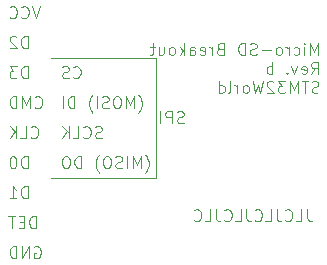
<source format=gbr>
%TF.GenerationSoftware,KiCad,Pcbnew,9.0.2+dfsg-1*%
%TF.CreationDate,2025-06-12T16:54:34+08:00*%
%TF.ProjectId,sd,73642e6b-6963-4616-945f-706362585858,rev?*%
%TF.SameCoordinates,Original*%
%TF.FileFunction,Legend,Bot*%
%TF.FilePolarity,Positive*%
%FSLAX46Y46*%
G04 Gerber Fmt 4.6, Leading zero omitted, Abs format (unit mm)*
G04 Created by KiCad (PCBNEW 9.0.2+dfsg-1) date 2025-06-12 16:54:34*
%MOMM*%
%LPD*%
G01*
G04 APERTURE LIST*
%ADD10C,0.100000*%
G04 APERTURE END LIST*
D10*
X161925000Y-99060000D02*
X153035000Y-99060000D01*
X161925000Y-88900000D02*
X161925000Y-99060000D01*
X160020000Y-88900000D02*
X161925000Y-88900000D01*
X153035000Y-88900000D02*
X160020000Y-88900000D01*
X151290789Y-95612180D02*
X151338408Y-95659800D01*
X151338408Y-95659800D02*
X151481265Y-95707419D01*
X151481265Y-95707419D02*
X151576503Y-95707419D01*
X151576503Y-95707419D02*
X151719360Y-95659800D01*
X151719360Y-95659800D02*
X151814598Y-95564561D01*
X151814598Y-95564561D02*
X151862217Y-95469323D01*
X151862217Y-95469323D02*
X151909836Y-95278847D01*
X151909836Y-95278847D02*
X151909836Y-95135990D01*
X151909836Y-95135990D02*
X151862217Y-94945514D01*
X151862217Y-94945514D02*
X151814598Y-94850276D01*
X151814598Y-94850276D02*
X151719360Y-94755038D01*
X151719360Y-94755038D02*
X151576503Y-94707419D01*
X151576503Y-94707419D02*
X151481265Y-94707419D01*
X151481265Y-94707419D02*
X151338408Y-94755038D01*
X151338408Y-94755038D02*
X151290789Y-94802657D01*
X150386027Y-95707419D02*
X150862217Y-95707419D01*
X150862217Y-95707419D02*
X150862217Y-94707419D01*
X150052693Y-95707419D02*
X150052693Y-94707419D01*
X149481265Y-95707419D02*
X149909836Y-95135990D01*
X149481265Y-94707419D02*
X150052693Y-95278847D01*
X151624122Y-93072180D02*
X151671741Y-93119800D01*
X151671741Y-93119800D02*
X151814598Y-93167419D01*
X151814598Y-93167419D02*
X151909836Y-93167419D01*
X151909836Y-93167419D02*
X152052693Y-93119800D01*
X152052693Y-93119800D02*
X152147931Y-93024561D01*
X152147931Y-93024561D02*
X152195550Y-92929323D01*
X152195550Y-92929323D02*
X152243169Y-92738847D01*
X152243169Y-92738847D02*
X152243169Y-92595990D01*
X152243169Y-92595990D02*
X152195550Y-92405514D01*
X152195550Y-92405514D02*
X152147931Y-92310276D01*
X152147931Y-92310276D02*
X152052693Y-92215038D01*
X152052693Y-92215038D02*
X151909836Y-92167419D01*
X151909836Y-92167419D02*
X151814598Y-92167419D01*
X151814598Y-92167419D02*
X151671741Y-92215038D01*
X151671741Y-92215038D02*
X151624122Y-92262657D01*
X151195550Y-93167419D02*
X151195550Y-92167419D01*
X151195550Y-92167419D02*
X150862217Y-92881704D01*
X150862217Y-92881704D02*
X150528884Y-92167419D01*
X150528884Y-92167419D02*
X150528884Y-93167419D01*
X150052693Y-93167419D02*
X150052693Y-92167419D01*
X150052693Y-92167419D02*
X149814598Y-92167419D01*
X149814598Y-92167419D02*
X149671741Y-92215038D01*
X149671741Y-92215038D02*
X149576503Y-92310276D01*
X149576503Y-92310276D02*
X149528884Y-92405514D01*
X149528884Y-92405514D02*
X149481265Y-92595990D01*
X149481265Y-92595990D02*
X149481265Y-92738847D01*
X149481265Y-92738847D02*
X149528884Y-92929323D01*
X149528884Y-92929323D02*
X149576503Y-93024561D01*
X149576503Y-93024561D02*
X149671741Y-93119800D01*
X149671741Y-93119800D02*
X149814598Y-93167419D01*
X149814598Y-93167419D02*
X150052693Y-93167419D01*
X160402455Y-93548371D02*
X160450074Y-93500752D01*
X160450074Y-93500752D02*
X160545312Y-93357895D01*
X160545312Y-93357895D02*
X160592931Y-93262657D01*
X160592931Y-93262657D02*
X160640550Y-93119800D01*
X160640550Y-93119800D02*
X160688169Y-92881704D01*
X160688169Y-92881704D02*
X160688169Y-92691228D01*
X160688169Y-92691228D02*
X160640550Y-92453133D01*
X160640550Y-92453133D02*
X160592931Y-92310276D01*
X160592931Y-92310276D02*
X160545312Y-92215038D01*
X160545312Y-92215038D02*
X160450074Y-92072180D01*
X160450074Y-92072180D02*
X160402455Y-92024561D01*
X160021502Y-93167419D02*
X160021502Y-92167419D01*
X160021502Y-92167419D02*
X159688169Y-92881704D01*
X159688169Y-92881704D02*
X159354836Y-92167419D01*
X159354836Y-92167419D02*
X159354836Y-93167419D01*
X158688169Y-92167419D02*
X158497693Y-92167419D01*
X158497693Y-92167419D02*
X158402455Y-92215038D01*
X158402455Y-92215038D02*
X158307217Y-92310276D01*
X158307217Y-92310276D02*
X158259598Y-92500752D01*
X158259598Y-92500752D02*
X158259598Y-92834085D01*
X158259598Y-92834085D02*
X158307217Y-93024561D01*
X158307217Y-93024561D02*
X158402455Y-93119800D01*
X158402455Y-93119800D02*
X158497693Y-93167419D01*
X158497693Y-93167419D02*
X158688169Y-93167419D01*
X158688169Y-93167419D02*
X158783407Y-93119800D01*
X158783407Y-93119800D02*
X158878645Y-93024561D01*
X158878645Y-93024561D02*
X158926264Y-92834085D01*
X158926264Y-92834085D02*
X158926264Y-92500752D01*
X158926264Y-92500752D02*
X158878645Y-92310276D01*
X158878645Y-92310276D02*
X158783407Y-92215038D01*
X158783407Y-92215038D02*
X158688169Y-92167419D01*
X157878645Y-93119800D02*
X157735788Y-93167419D01*
X157735788Y-93167419D02*
X157497693Y-93167419D01*
X157497693Y-93167419D02*
X157402455Y-93119800D01*
X157402455Y-93119800D02*
X157354836Y-93072180D01*
X157354836Y-93072180D02*
X157307217Y-92976942D01*
X157307217Y-92976942D02*
X157307217Y-92881704D01*
X157307217Y-92881704D02*
X157354836Y-92786466D01*
X157354836Y-92786466D02*
X157402455Y-92738847D01*
X157402455Y-92738847D02*
X157497693Y-92691228D01*
X157497693Y-92691228D02*
X157688169Y-92643609D01*
X157688169Y-92643609D02*
X157783407Y-92595990D01*
X157783407Y-92595990D02*
X157831026Y-92548371D01*
X157831026Y-92548371D02*
X157878645Y-92453133D01*
X157878645Y-92453133D02*
X157878645Y-92357895D01*
X157878645Y-92357895D02*
X157831026Y-92262657D01*
X157831026Y-92262657D02*
X157783407Y-92215038D01*
X157783407Y-92215038D02*
X157688169Y-92167419D01*
X157688169Y-92167419D02*
X157450074Y-92167419D01*
X157450074Y-92167419D02*
X157307217Y-92215038D01*
X156878645Y-93167419D02*
X156878645Y-92167419D01*
X156497693Y-93548371D02*
X156450074Y-93500752D01*
X156450074Y-93500752D02*
X156354836Y-93357895D01*
X156354836Y-93357895D02*
X156307217Y-93262657D01*
X156307217Y-93262657D02*
X156259598Y-93119800D01*
X156259598Y-93119800D02*
X156211979Y-92881704D01*
X156211979Y-92881704D02*
X156211979Y-92691228D01*
X156211979Y-92691228D02*
X156259598Y-92453133D01*
X156259598Y-92453133D02*
X156307217Y-92310276D01*
X156307217Y-92310276D02*
X156354836Y-92215038D01*
X156354836Y-92215038D02*
X156450074Y-92072180D01*
X156450074Y-92072180D02*
X156497693Y-92024561D01*
X154973883Y-93167419D02*
X154973883Y-92167419D01*
X154973883Y-92167419D02*
X154735788Y-92167419D01*
X154735788Y-92167419D02*
X154592931Y-92215038D01*
X154592931Y-92215038D02*
X154497693Y-92310276D01*
X154497693Y-92310276D02*
X154450074Y-92405514D01*
X154450074Y-92405514D02*
X154402455Y-92595990D01*
X154402455Y-92595990D02*
X154402455Y-92738847D01*
X154402455Y-92738847D02*
X154450074Y-92929323D01*
X154450074Y-92929323D02*
X154497693Y-93024561D01*
X154497693Y-93024561D02*
X154592931Y-93119800D01*
X154592931Y-93119800D02*
X154735788Y-93167419D01*
X154735788Y-93167419D02*
X154973883Y-93167419D01*
X153973883Y-93167419D02*
X153973883Y-92167419D01*
X151005074Y-90627419D02*
X151005074Y-89627419D01*
X151005074Y-89627419D02*
X150766979Y-89627419D01*
X150766979Y-89627419D02*
X150624122Y-89675038D01*
X150624122Y-89675038D02*
X150528884Y-89770276D01*
X150528884Y-89770276D02*
X150481265Y-89865514D01*
X150481265Y-89865514D02*
X150433646Y-90055990D01*
X150433646Y-90055990D02*
X150433646Y-90198847D01*
X150433646Y-90198847D02*
X150481265Y-90389323D01*
X150481265Y-90389323D02*
X150528884Y-90484561D01*
X150528884Y-90484561D02*
X150624122Y-90579800D01*
X150624122Y-90579800D02*
X150766979Y-90627419D01*
X150766979Y-90627419D02*
X151005074Y-90627419D01*
X150100312Y-89627419D02*
X149481265Y-89627419D01*
X149481265Y-89627419D02*
X149814598Y-90008371D01*
X149814598Y-90008371D02*
X149671741Y-90008371D01*
X149671741Y-90008371D02*
X149576503Y-90055990D01*
X149576503Y-90055990D02*
X149528884Y-90103609D01*
X149528884Y-90103609D02*
X149481265Y-90198847D01*
X149481265Y-90198847D02*
X149481265Y-90436942D01*
X149481265Y-90436942D02*
X149528884Y-90532180D01*
X149528884Y-90532180D02*
X149576503Y-90579800D01*
X149576503Y-90579800D02*
X149671741Y-90627419D01*
X149671741Y-90627419D02*
X149957455Y-90627419D01*
X149957455Y-90627419D02*
X150052693Y-90579800D01*
X150052693Y-90579800D02*
X150100312Y-90532180D01*
X174670401Y-101742419D02*
X174670401Y-102456704D01*
X174670401Y-102456704D02*
X174718020Y-102599561D01*
X174718020Y-102599561D02*
X174813258Y-102694800D01*
X174813258Y-102694800D02*
X174956115Y-102742419D01*
X174956115Y-102742419D02*
X175051353Y-102742419D01*
X173718020Y-102742419D02*
X174194210Y-102742419D01*
X174194210Y-102742419D02*
X174194210Y-101742419D01*
X172813258Y-102647180D02*
X172860877Y-102694800D01*
X172860877Y-102694800D02*
X173003734Y-102742419D01*
X173003734Y-102742419D02*
X173098972Y-102742419D01*
X173098972Y-102742419D02*
X173241829Y-102694800D01*
X173241829Y-102694800D02*
X173337067Y-102599561D01*
X173337067Y-102599561D02*
X173384686Y-102504323D01*
X173384686Y-102504323D02*
X173432305Y-102313847D01*
X173432305Y-102313847D02*
X173432305Y-102170990D01*
X173432305Y-102170990D02*
X173384686Y-101980514D01*
X173384686Y-101980514D02*
X173337067Y-101885276D01*
X173337067Y-101885276D02*
X173241829Y-101790038D01*
X173241829Y-101790038D02*
X173098972Y-101742419D01*
X173098972Y-101742419D02*
X173003734Y-101742419D01*
X173003734Y-101742419D02*
X172860877Y-101790038D01*
X172860877Y-101790038D02*
X172813258Y-101837657D01*
X172098972Y-101742419D02*
X172098972Y-102456704D01*
X172098972Y-102456704D02*
X172146591Y-102599561D01*
X172146591Y-102599561D02*
X172241829Y-102694800D01*
X172241829Y-102694800D02*
X172384686Y-102742419D01*
X172384686Y-102742419D02*
X172479924Y-102742419D01*
X171146591Y-102742419D02*
X171622781Y-102742419D01*
X171622781Y-102742419D02*
X171622781Y-101742419D01*
X170241829Y-102647180D02*
X170289448Y-102694800D01*
X170289448Y-102694800D02*
X170432305Y-102742419D01*
X170432305Y-102742419D02*
X170527543Y-102742419D01*
X170527543Y-102742419D02*
X170670400Y-102694800D01*
X170670400Y-102694800D02*
X170765638Y-102599561D01*
X170765638Y-102599561D02*
X170813257Y-102504323D01*
X170813257Y-102504323D02*
X170860876Y-102313847D01*
X170860876Y-102313847D02*
X170860876Y-102170990D01*
X170860876Y-102170990D02*
X170813257Y-101980514D01*
X170813257Y-101980514D02*
X170765638Y-101885276D01*
X170765638Y-101885276D02*
X170670400Y-101790038D01*
X170670400Y-101790038D02*
X170527543Y-101742419D01*
X170527543Y-101742419D02*
X170432305Y-101742419D01*
X170432305Y-101742419D02*
X170289448Y-101790038D01*
X170289448Y-101790038D02*
X170241829Y-101837657D01*
X169527543Y-101742419D02*
X169527543Y-102456704D01*
X169527543Y-102456704D02*
X169575162Y-102599561D01*
X169575162Y-102599561D02*
X169670400Y-102694800D01*
X169670400Y-102694800D02*
X169813257Y-102742419D01*
X169813257Y-102742419D02*
X169908495Y-102742419D01*
X168575162Y-102742419D02*
X169051352Y-102742419D01*
X169051352Y-102742419D02*
X169051352Y-101742419D01*
X167670400Y-102647180D02*
X167718019Y-102694800D01*
X167718019Y-102694800D02*
X167860876Y-102742419D01*
X167860876Y-102742419D02*
X167956114Y-102742419D01*
X167956114Y-102742419D02*
X168098971Y-102694800D01*
X168098971Y-102694800D02*
X168194209Y-102599561D01*
X168194209Y-102599561D02*
X168241828Y-102504323D01*
X168241828Y-102504323D02*
X168289447Y-102313847D01*
X168289447Y-102313847D02*
X168289447Y-102170990D01*
X168289447Y-102170990D02*
X168241828Y-101980514D01*
X168241828Y-101980514D02*
X168194209Y-101885276D01*
X168194209Y-101885276D02*
X168098971Y-101790038D01*
X168098971Y-101790038D02*
X167956114Y-101742419D01*
X167956114Y-101742419D02*
X167860876Y-101742419D01*
X167860876Y-101742419D02*
X167718019Y-101790038D01*
X167718019Y-101790038D02*
X167670400Y-101837657D01*
X166956114Y-101742419D02*
X166956114Y-102456704D01*
X166956114Y-102456704D02*
X167003733Y-102599561D01*
X167003733Y-102599561D02*
X167098971Y-102694800D01*
X167098971Y-102694800D02*
X167241828Y-102742419D01*
X167241828Y-102742419D02*
X167337066Y-102742419D01*
X166003733Y-102742419D02*
X166479923Y-102742419D01*
X166479923Y-102742419D02*
X166479923Y-101742419D01*
X165098971Y-102647180D02*
X165146590Y-102694800D01*
X165146590Y-102694800D02*
X165289447Y-102742419D01*
X165289447Y-102742419D02*
X165384685Y-102742419D01*
X165384685Y-102742419D02*
X165527542Y-102694800D01*
X165527542Y-102694800D02*
X165622780Y-102599561D01*
X165622780Y-102599561D02*
X165670399Y-102504323D01*
X165670399Y-102504323D02*
X165718018Y-102313847D01*
X165718018Y-102313847D02*
X165718018Y-102170990D01*
X165718018Y-102170990D02*
X165670399Y-101980514D01*
X165670399Y-101980514D02*
X165622780Y-101885276D01*
X165622780Y-101885276D02*
X165527542Y-101790038D01*
X165527542Y-101790038D02*
X165384685Y-101742419D01*
X165384685Y-101742419D02*
X165289447Y-101742419D01*
X165289447Y-101742419D02*
X165146590Y-101790038D01*
X165146590Y-101790038D02*
X165098971Y-101837657D01*
X157307217Y-95659800D02*
X157164360Y-95707419D01*
X157164360Y-95707419D02*
X156926265Y-95707419D01*
X156926265Y-95707419D02*
X156831027Y-95659800D01*
X156831027Y-95659800D02*
X156783408Y-95612180D01*
X156783408Y-95612180D02*
X156735789Y-95516942D01*
X156735789Y-95516942D02*
X156735789Y-95421704D01*
X156735789Y-95421704D02*
X156783408Y-95326466D01*
X156783408Y-95326466D02*
X156831027Y-95278847D01*
X156831027Y-95278847D02*
X156926265Y-95231228D01*
X156926265Y-95231228D02*
X157116741Y-95183609D01*
X157116741Y-95183609D02*
X157211979Y-95135990D01*
X157211979Y-95135990D02*
X157259598Y-95088371D01*
X157259598Y-95088371D02*
X157307217Y-94993133D01*
X157307217Y-94993133D02*
X157307217Y-94897895D01*
X157307217Y-94897895D02*
X157259598Y-94802657D01*
X157259598Y-94802657D02*
X157211979Y-94755038D01*
X157211979Y-94755038D02*
X157116741Y-94707419D01*
X157116741Y-94707419D02*
X156878646Y-94707419D01*
X156878646Y-94707419D02*
X156735789Y-94755038D01*
X155735789Y-95612180D02*
X155783408Y-95659800D01*
X155783408Y-95659800D02*
X155926265Y-95707419D01*
X155926265Y-95707419D02*
X156021503Y-95707419D01*
X156021503Y-95707419D02*
X156164360Y-95659800D01*
X156164360Y-95659800D02*
X156259598Y-95564561D01*
X156259598Y-95564561D02*
X156307217Y-95469323D01*
X156307217Y-95469323D02*
X156354836Y-95278847D01*
X156354836Y-95278847D02*
X156354836Y-95135990D01*
X156354836Y-95135990D02*
X156307217Y-94945514D01*
X156307217Y-94945514D02*
X156259598Y-94850276D01*
X156259598Y-94850276D02*
X156164360Y-94755038D01*
X156164360Y-94755038D02*
X156021503Y-94707419D01*
X156021503Y-94707419D02*
X155926265Y-94707419D01*
X155926265Y-94707419D02*
X155783408Y-94755038D01*
X155783408Y-94755038D02*
X155735789Y-94802657D01*
X154831027Y-95707419D02*
X155307217Y-95707419D01*
X155307217Y-95707419D02*
X155307217Y-94707419D01*
X154497693Y-95707419D02*
X154497693Y-94707419D01*
X153926265Y-95707419D02*
X154354836Y-95135990D01*
X153926265Y-94707419D02*
X154497693Y-95278847D01*
X151005074Y-100787419D02*
X151005074Y-99787419D01*
X151005074Y-99787419D02*
X150766979Y-99787419D01*
X150766979Y-99787419D02*
X150624122Y-99835038D01*
X150624122Y-99835038D02*
X150528884Y-99930276D01*
X150528884Y-99930276D02*
X150481265Y-100025514D01*
X150481265Y-100025514D02*
X150433646Y-100215990D01*
X150433646Y-100215990D02*
X150433646Y-100358847D01*
X150433646Y-100358847D02*
X150481265Y-100549323D01*
X150481265Y-100549323D02*
X150528884Y-100644561D01*
X150528884Y-100644561D02*
X150624122Y-100739800D01*
X150624122Y-100739800D02*
X150766979Y-100787419D01*
X150766979Y-100787419D02*
X151005074Y-100787419D01*
X149481265Y-100787419D02*
X150052693Y-100787419D01*
X149766979Y-100787419D02*
X149766979Y-99787419D01*
X149766979Y-99787419D02*
X149862217Y-99930276D01*
X149862217Y-99930276D02*
X149957455Y-100025514D01*
X149957455Y-100025514D02*
X150052693Y-100073133D01*
X160973884Y-98628371D02*
X161021503Y-98580752D01*
X161021503Y-98580752D02*
X161116741Y-98437895D01*
X161116741Y-98437895D02*
X161164360Y-98342657D01*
X161164360Y-98342657D02*
X161211979Y-98199800D01*
X161211979Y-98199800D02*
X161259598Y-97961704D01*
X161259598Y-97961704D02*
X161259598Y-97771228D01*
X161259598Y-97771228D02*
X161211979Y-97533133D01*
X161211979Y-97533133D02*
X161164360Y-97390276D01*
X161164360Y-97390276D02*
X161116741Y-97295038D01*
X161116741Y-97295038D02*
X161021503Y-97152180D01*
X161021503Y-97152180D02*
X160973884Y-97104561D01*
X160592931Y-98247419D02*
X160592931Y-97247419D01*
X160592931Y-97247419D02*
X160259598Y-97961704D01*
X160259598Y-97961704D02*
X159926265Y-97247419D01*
X159926265Y-97247419D02*
X159926265Y-98247419D01*
X159450074Y-98247419D02*
X159450074Y-97247419D01*
X159021503Y-98199800D02*
X158878646Y-98247419D01*
X158878646Y-98247419D02*
X158640551Y-98247419D01*
X158640551Y-98247419D02*
X158545313Y-98199800D01*
X158545313Y-98199800D02*
X158497694Y-98152180D01*
X158497694Y-98152180D02*
X158450075Y-98056942D01*
X158450075Y-98056942D02*
X158450075Y-97961704D01*
X158450075Y-97961704D02*
X158497694Y-97866466D01*
X158497694Y-97866466D02*
X158545313Y-97818847D01*
X158545313Y-97818847D02*
X158640551Y-97771228D01*
X158640551Y-97771228D02*
X158831027Y-97723609D01*
X158831027Y-97723609D02*
X158926265Y-97675990D01*
X158926265Y-97675990D02*
X158973884Y-97628371D01*
X158973884Y-97628371D02*
X159021503Y-97533133D01*
X159021503Y-97533133D02*
X159021503Y-97437895D01*
X159021503Y-97437895D02*
X158973884Y-97342657D01*
X158973884Y-97342657D02*
X158926265Y-97295038D01*
X158926265Y-97295038D02*
X158831027Y-97247419D01*
X158831027Y-97247419D02*
X158592932Y-97247419D01*
X158592932Y-97247419D02*
X158450075Y-97295038D01*
X157831027Y-97247419D02*
X157640551Y-97247419D01*
X157640551Y-97247419D02*
X157545313Y-97295038D01*
X157545313Y-97295038D02*
X157450075Y-97390276D01*
X157450075Y-97390276D02*
X157402456Y-97580752D01*
X157402456Y-97580752D02*
X157402456Y-97914085D01*
X157402456Y-97914085D02*
X157450075Y-98104561D01*
X157450075Y-98104561D02*
X157545313Y-98199800D01*
X157545313Y-98199800D02*
X157640551Y-98247419D01*
X157640551Y-98247419D02*
X157831027Y-98247419D01*
X157831027Y-98247419D02*
X157926265Y-98199800D01*
X157926265Y-98199800D02*
X158021503Y-98104561D01*
X158021503Y-98104561D02*
X158069122Y-97914085D01*
X158069122Y-97914085D02*
X158069122Y-97580752D01*
X158069122Y-97580752D02*
X158021503Y-97390276D01*
X158021503Y-97390276D02*
X157926265Y-97295038D01*
X157926265Y-97295038D02*
X157831027Y-97247419D01*
X157069122Y-98628371D02*
X157021503Y-98580752D01*
X157021503Y-98580752D02*
X156926265Y-98437895D01*
X156926265Y-98437895D02*
X156878646Y-98342657D01*
X156878646Y-98342657D02*
X156831027Y-98199800D01*
X156831027Y-98199800D02*
X156783408Y-97961704D01*
X156783408Y-97961704D02*
X156783408Y-97771228D01*
X156783408Y-97771228D02*
X156831027Y-97533133D01*
X156831027Y-97533133D02*
X156878646Y-97390276D01*
X156878646Y-97390276D02*
X156926265Y-97295038D01*
X156926265Y-97295038D02*
X157021503Y-97152180D01*
X157021503Y-97152180D02*
X157069122Y-97104561D01*
X155545312Y-98247419D02*
X155545312Y-97247419D01*
X155545312Y-97247419D02*
X155307217Y-97247419D01*
X155307217Y-97247419D02*
X155164360Y-97295038D01*
X155164360Y-97295038D02*
X155069122Y-97390276D01*
X155069122Y-97390276D02*
X155021503Y-97485514D01*
X155021503Y-97485514D02*
X154973884Y-97675990D01*
X154973884Y-97675990D02*
X154973884Y-97818847D01*
X154973884Y-97818847D02*
X155021503Y-98009323D01*
X155021503Y-98009323D02*
X155069122Y-98104561D01*
X155069122Y-98104561D02*
X155164360Y-98199800D01*
X155164360Y-98199800D02*
X155307217Y-98247419D01*
X155307217Y-98247419D02*
X155545312Y-98247419D01*
X154354836Y-97247419D02*
X154164360Y-97247419D01*
X154164360Y-97247419D02*
X154069122Y-97295038D01*
X154069122Y-97295038D02*
X153973884Y-97390276D01*
X153973884Y-97390276D02*
X153926265Y-97580752D01*
X153926265Y-97580752D02*
X153926265Y-97914085D01*
X153926265Y-97914085D02*
X153973884Y-98104561D01*
X153973884Y-98104561D02*
X154069122Y-98199800D01*
X154069122Y-98199800D02*
X154164360Y-98247419D01*
X154164360Y-98247419D02*
X154354836Y-98247419D01*
X154354836Y-98247419D02*
X154450074Y-98199800D01*
X154450074Y-98199800D02*
X154545312Y-98104561D01*
X154545312Y-98104561D02*
X154592931Y-97914085D01*
X154592931Y-97914085D02*
X154592931Y-97580752D01*
X154592931Y-97580752D02*
X154545312Y-97390276D01*
X154545312Y-97390276D02*
X154450074Y-97295038D01*
X154450074Y-97295038D02*
X154354836Y-97247419D01*
X154878646Y-90532180D02*
X154926265Y-90579800D01*
X154926265Y-90579800D02*
X155069122Y-90627419D01*
X155069122Y-90627419D02*
X155164360Y-90627419D01*
X155164360Y-90627419D02*
X155307217Y-90579800D01*
X155307217Y-90579800D02*
X155402455Y-90484561D01*
X155402455Y-90484561D02*
X155450074Y-90389323D01*
X155450074Y-90389323D02*
X155497693Y-90198847D01*
X155497693Y-90198847D02*
X155497693Y-90055990D01*
X155497693Y-90055990D02*
X155450074Y-89865514D01*
X155450074Y-89865514D02*
X155402455Y-89770276D01*
X155402455Y-89770276D02*
X155307217Y-89675038D01*
X155307217Y-89675038D02*
X155164360Y-89627419D01*
X155164360Y-89627419D02*
X155069122Y-89627419D01*
X155069122Y-89627419D02*
X154926265Y-89675038D01*
X154926265Y-89675038D02*
X154878646Y-89722657D01*
X154497693Y-90579800D02*
X154354836Y-90627419D01*
X154354836Y-90627419D02*
X154116741Y-90627419D01*
X154116741Y-90627419D02*
X154021503Y-90579800D01*
X154021503Y-90579800D02*
X153973884Y-90532180D01*
X153973884Y-90532180D02*
X153926265Y-90436942D01*
X153926265Y-90436942D02*
X153926265Y-90341704D01*
X153926265Y-90341704D02*
X153973884Y-90246466D01*
X153973884Y-90246466D02*
X154021503Y-90198847D01*
X154021503Y-90198847D02*
X154116741Y-90151228D01*
X154116741Y-90151228D02*
X154307217Y-90103609D01*
X154307217Y-90103609D02*
X154402455Y-90055990D01*
X154402455Y-90055990D02*
X154450074Y-90008371D01*
X154450074Y-90008371D02*
X154497693Y-89913133D01*
X154497693Y-89913133D02*
X154497693Y-89817895D01*
X154497693Y-89817895D02*
X154450074Y-89722657D01*
X154450074Y-89722657D02*
X154402455Y-89675038D01*
X154402455Y-89675038D02*
X154307217Y-89627419D01*
X154307217Y-89627419D02*
X154069122Y-89627419D01*
X154069122Y-89627419D02*
X153926265Y-89675038D01*
X151719360Y-103327419D02*
X151719360Y-102327419D01*
X151719360Y-102327419D02*
X151481265Y-102327419D01*
X151481265Y-102327419D02*
X151338408Y-102375038D01*
X151338408Y-102375038D02*
X151243170Y-102470276D01*
X151243170Y-102470276D02*
X151195551Y-102565514D01*
X151195551Y-102565514D02*
X151147932Y-102755990D01*
X151147932Y-102755990D02*
X151147932Y-102898847D01*
X151147932Y-102898847D02*
X151195551Y-103089323D01*
X151195551Y-103089323D02*
X151243170Y-103184561D01*
X151243170Y-103184561D02*
X151338408Y-103279800D01*
X151338408Y-103279800D02*
X151481265Y-103327419D01*
X151481265Y-103327419D02*
X151719360Y-103327419D01*
X150719360Y-102803609D02*
X150386027Y-102803609D01*
X150243170Y-103327419D02*
X150719360Y-103327419D01*
X150719360Y-103327419D02*
X150719360Y-102327419D01*
X150719360Y-102327419D02*
X150243170Y-102327419D01*
X149957455Y-102327419D02*
X149386027Y-102327419D01*
X149671741Y-103327419D02*
X149671741Y-102327419D01*
X164228883Y-94389800D02*
X164086026Y-94437419D01*
X164086026Y-94437419D02*
X163847931Y-94437419D01*
X163847931Y-94437419D02*
X163752693Y-94389800D01*
X163752693Y-94389800D02*
X163705074Y-94342180D01*
X163705074Y-94342180D02*
X163657455Y-94246942D01*
X163657455Y-94246942D02*
X163657455Y-94151704D01*
X163657455Y-94151704D02*
X163705074Y-94056466D01*
X163705074Y-94056466D02*
X163752693Y-94008847D01*
X163752693Y-94008847D02*
X163847931Y-93961228D01*
X163847931Y-93961228D02*
X164038407Y-93913609D01*
X164038407Y-93913609D02*
X164133645Y-93865990D01*
X164133645Y-93865990D02*
X164181264Y-93818371D01*
X164181264Y-93818371D02*
X164228883Y-93723133D01*
X164228883Y-93723133D02*
X164228883Y-93627895D01*
X164228883Y-93627895D02*
X164181264Y-93532657D01*
X164181264Y-93532657D02*
X164133645Y-93485038D01*
X164133645Y-93485038D02*
X164038407Y-93437419D01*
X164038407Y-93437419D02*
X163800312Y-93437419D01*
X163800312Y-93437419D02*
X163657455Y-93485038D01*
X163228883Y-94437419D02*
X163228883Y-93437419D01*
X163228883Y-93437419D02*
X162847931Y-93437419D01*
X162847931Y-93437419D02*
X162752693Y-93485038D01*
X162752693Y-93485038D02*
X162705074Y-93532657D01*
X162705074Y-93532657D02*
X162657455Y-93627895D01*
X162657455Y-93627895D02*
X162657455Y-93770752D01*
X162657455Y-93770752D02*
X162705074Y-93865990D01*
X162705074Y-93865990D02*
X162752693Y-93913609D01*
X162752693Y-93913609D02*
X162847931Y-93961228D01*
X162847931Y-93961228D02*
X163228883Y-93961228D01*
X162228883Y-94437419D02*
X162228883Y-93437419D01*
X152052693Y-84547419D02*
X151719360Y-85547419D01*
X151719360Y-85547419D02*
X151386027Y-84547419D01*
X150481265Y-85452180D02*
X150528884Y-85499800D01*
X150528884Y-85499800D02*
X150671741Y-85547419D01*
X150671741Y-85547419D02*
X150766979Y-85547419D01*
X150766979Y-85547419D02*
X150909836Y-85499800D01*
X150909836Y-85499800D02*
X151005074Y-85404561D01*
X151005074Y-85404561D02*
X151052693Y-85309323D01*
X151052693Y-85309323D02*
X151100312Y-85118847D01*
X151100312Y-85118847D02*
X151100312Y-84975990D01*
X151100312Y-84975990D02*
X151052693Y-84785514D01*
X151052693Y-84785514D02*
X151005074Y-84690276D01*
X151005074Y-84690276D02*
X150909836Y-84595038D01*
X150909836Y-84595038D02*
X150766979Y-84547419D01*
X150766979Y-84547419D02*
X150671741Y-84547419D01*
X150671741Y-84547419D02*
X150528884Y-84595038D01*
X150528884Y-84595038D02*
X150481265Y-84642657D01*
X149481265Y-85452180D02*
X149528884Y-85499800D01*
X149528884Y-85499800D02*
X149671741Y-85547419D01*
X149671741Y-85547419D02*
X149766979Y-85547419D01*
X149766979Y-85547419D02*
X149909836Y-85499800D01*
X149909836Y-85499800D02*
X150005074Y-85404561D01*
X150005074Y-85404561D02*
X150052693Y-85309323D01*
X150052693Y-85309323D02*
X150100312Y-85118847D01*
X150100312Y-85118847D02*
X150100312Y-84975990D01*
X150100312Y-84975990D02*
X150052693Y-84785514D01*
X150052693Y-84785514D02*
X150005074Y-84690276D01*
X150005074Y-84690276D02*
X149909836Y-84595038D01*
X149909836Y-84595038D02*
X149766979Y-84547419D01*
X149766979Y-84547419D02*
X149671741Y-84547419D01*
X149671741Y-84547419D02*
X149528884Y-84595038D01*
X149528884Y-84595038D02*
X149481265Y-84642657D01*
X151576503Y-104915038D02*
X151671741Y-104867419D01*
X151671741Y-104867419D02*
X151814598Y-104867419D01*
X151814598Y-104867419D02*
X151957455Y-104915038D01*
X151957455Y-104915038D02*
X152052693Y-105010276D01*
X152052693Y-105010276D02*
X152100312Y-105105514D01*
X152100312Y-105105514D02*
X152147931Y-105295990D01*
X152147931Y-105295990D02*
X152147931Y-105438847D01*
X152147931Y-105438847D02*
X152100312Y-105629323D01*
X152100312Y-105629323D02*
X152052693Y-105724561D01*
X152052693Y-105724561D02*
X151957455Y-105819800D01*
X151957455Y-105819800D02*
X151814598Y-105867419D01*
X151814598Y-105867419D02*
X151719360Y-105867419D01*
X151719360Y-105867419D02*
X151576503Y-105819800D01*
X151576503Y-105819800D02*
X151528884Y-105772180D01*
X151528884Y-105772180D02*
X151528884Y-105438847D01*
X151528884Y-105438847D02*
X151719360Y-105438847D01*
X151100312Y-105867419D02*
X151100312Y-104867419D01*
X151100312Y-104867419D02*
X150528884Y-105867419D01*
X150528884Y-105867419D02*
X150528884Y-104867419D01*
X150052693Y-105867419D02*
X150052693Y-104867419D01*
X150052693Y-104867419D02*
X149814598Y-104867419D01*
X149814598Y-104867419D02*
X149671741Y-104915038D01*
X149671741Y-104915038D02*
X149576503Y-105010276D01*
X149576503Y-105010276D02*
X149528884Y-105105514D01*
X149528884Y-105105514D02*
X149481265Y-105295990D01*
X149481265Y-105295990D02*
X149481265Y-105438847D01*
X149481265Y-105438847D02*
X149528884Y-105629323D01*
X149528884Y-105629323D02*
X149576503Y-105724561D01*
X149576503Y-105724561D02*
X149671741Y-105819800D01*
X149671741Y-105819800D02*
X149814598Y-105867419D01*
X149814598Y-105867419D02*
X150052693Y-105867419D01*
X175591115Y-88672419D02*
X175591115Y-87672419D01*
X175591115Y-87672419D02*
X175257782Y-88386704D01*
X175257782Y-88386704D02*
X174924449Y-87672419D01*
X174924449Y-87672419D02*
X174924449Y-88672419D01*
X174448258Y-88672419D02*
X174448258Y-88005752D01*
X174448258Y-87672419D02*
X174495877Y-87720038D01*
X174495877Y-87720038D02*
X174448258Y-87767657D01*
X174448258Y-87767657D02*
X174400639Y-87720038D01*
X174400639Y-87720038D02*
X174448258Y-87672419D01*
X174448258Y-87672419D02*
X174448258Y-87767657D01*
X173543497Y-88624800D02*
X173638735Y-88672419D01*
X173638735Y-88672419D02*
X173829211Y-88672419D01*
X173829211Y-88672419D02*
X173924449Y-88624800D01*
X173924449Y-88624800D02*
X173972068Y-88577180D01*
X173972068Y-88577180D02*
X174019687Y-88481942D01*
X174019687Y-88481942D02*
X174019687Y-88196228D01*
X174019687Y-88196228D02*
X173972068Y-88100990D01*
X173972068Y-88100990D02*
X173924449Y-88053371D01*
X173924449Y-88053371D02*
X173829211Y-88005752D01*
X173829211Y-88005752D02*
X173638735Y-88005752D01*
X173638735Y-88005752D02*
X173543497Y-88053371D01*
X173114925Y-88672419D02*
X173114925Y-88005752D01*
X173114925Y-88196228D02*
X173067306Y-88100990D01*
X173067306Y-88100990D02*
X173019687Y-88053371D01*
X173019687Y-88053371D02*
X172924449Y-88005752D01*
X172924449Y-88005752D02*
X172829211Y-88005752D01*
X172353020Y-88672419D02*
X172448258Y-88624800D01*
X172448258Y-88624800D02*
X172495877Y-88577180D01*
X172495877Y-88577180D02*
X172543496Y-88481942D01*
X172543496Y-88481942D02*
X172543496Y-88196228D01*
X172543496Y-88196228D02*
X172495877Y-88100990D01*
X172495877Y-88100990D02*
X172448258Y-88053371D01*
X172448258Y-88053371D02*
X172353020Y-88005752D01*
X172353020Y-88005752D02*
X172210163Y-88005752D01*
X172210163Y-88005752D02*
X172114925Y-88053371D01*
X172114925Y-88053371D02*
X172067306Y-88100990D01*
X172067306Y-88100990D02*
X172019687Y-88196228D01*
X172019687Y-88196228D02*
X172019687Y-88481942D01*
X172019687Y-88481942D02*
X172067306Y-88577180D01*
X172067306Y-88577180D02*
X172114925Y-88624800D01*
X172114925Y-88624800D02*
X172210163Y-88672419D01*
X172210163Y-88672419D02*
X172353020Y-88672419D01*
X171591115Y-88291466D02*
X170829211Y-88291466D01*
X170400639Y-88624800D02*
X170257782Y-88672419D01*
X170257782Y-88672419D02*
X170019687Y-88672419D01*
X170019687Y-88672419D02*
X169924449Y-88624800D01*
X169924449Y-88624800D02*
X169876830Y-88577180D01*
X169876830Y-88577180D02*
X169829211Y-88481942D01*
X169829211Y-88481942D02*
X169829211Y-88386704D01*
X169829211Y-88386704D02*
X169876830Y-88291466D01*
X169876830Y-88291466D02*
X169924449Y-88243847D01*
X169924449Y-88243847D02*
X170019687Y-88196228D01*
X170019687Y-88196228D02*
X170210163Y-88148609D01*
X170210163Y-88148609D02*
X170305401Y-88100990D01*
X170305401Y-88100990D02*
X170353020Y-88053371D01*
X170353020Y-88053371D02*
X170400639Y-87958133D01*
X170400639Y-87958133D02*
X170400639Y-87862895D01*
X170400639Y-87862895D02*
X170353020Y-87767657D01*
X170353020Y-87767657D02*
X170305401Y-87720038D01*
X170305401Y-87720038D02*
X170210163Y-87672419D01*
X170210163Y-87672419D02*
X169972068Y-87672419D01*
X169972068Y-87672419D02*
X169829211Y-87720038D01*
X169400639Y-88672419D02*
X169400639Y-87672419D01*
X169400639Y-87672419D02*
X169162544Y-87672419D01*
X169162544Y-87672419D02*
X169019687Y-87720038D01*
X169019687Y-87720038D02*
X168924449Y-87815276D01*
X168924449Y-87815276D02*
X168876830Y-87910514D01*
X168876830Y-87910514D02*
X168829211Y-88100990D01*
X168829211Y-88100990D02*
X168829211Y-88243847D01*
X168829211Y-88243847D02*
X168876830Y-88434323D01*
X168876830Y-88434323D02*
X168924449Y-88529561D01*
X168924449Y-88529561D02*
X169019687Y-88624800D01*
X169019687Y-88624800D02*
X169162544Y-88672419D01*
X169162544Y-88672419D02*
X169400639Y-88672419D01*
X167305401Y-88148609D02*
X167162544Y-88196228D01*
X167162544Y-88196228D02*
X167114925Y-88243847D01*
X167114925Y-88243847D02*
X167067306Y-88339085D01*
X167067306Y-88339085D02*
X167067306Y-88481942D01*
X167067306Y-88481942D02*
X167114925Y-88577180D01*
X167114925Y-88577180D02*
X167162544Y-88624800D01*
X167162544Y-88624800D02*
X167257782Y-88672419D01*
X167257782Y-88672419D02*
X167638734Y-88672419D01*
X167638734Y-88672419D02*
X167638734Y-87672419D01*
X167638734Y-87672419D02*
X167305401Y-87672419D01*
X167305401Y-87672419D02*
X167210163Y-87720038D01*
X167210163Y-87720038D02*
X167162544Y-87767657D01*
X167162544Y-87767657D02*
X167114925Y-87862895D01*
X167114925Y-87862895D02*
X167114925Y-87958133D01*
X167114925Y-87958133D02*
X167162544Y-88053371D01*
X167162544Y-88053371D02*
X167210163Y-88100990D01*
X167210163Y-88100990D02*
X167305401Y-88148609D01*
X167305401Y-88148609D02*
X167638734Y-88148609D01*
X166638734Y-88672419D02*
X166638734Y-88005752D01*
X166638734Y-88196228D02*
X166591115Y-88100990D01*
X166591115Y-88100990D02*
X166543496Y-88053371D01*
X166543496Y-88053371D02*
X166448258Y-88005752D01*
X166448258Y-88005752D02*
X166353020Y-88005752D01*
X165638734Y-88624800D02*
X165733972Y-88672419D01*
X165733972Y-88672419D02*
X165924448Y-88672419D01*
X165924448Y-88672419D02*
X166019686Y-88624800D01*
X166019686Y-88624800D02*
X166067305Y-88529561D01*
X166067305Y-88529561D02*
X166067305Y-88148609D01*
X166067305Y-88148609D02*
X166019686Y-88053371D01*
X166019686Y-88053371D02*
X165924448Y-88005752D01*
X165924448Y-88005752D02*
X165733972Y-88005752D01*
X165733972Y-88005752D02*
X165638734Y-88053371D01*
X165638734Y-88053371D02*
X165591115Y-88148609D01*
X165591115Y-88148609D02*
X165591115Y-88243847D01*
X165591115Y-88243847D02*
X166067305Y-88339085D01*
X164733972Y-88672419D02*
X164733972Y-88148609D01*
X164733972Y-88148609D02*
X164781591Y-88053371D01*
X164781591Y-88053371D02*
X164876829Y-88005752D01*
X164876829Y-88005752D02*
X165067305Y-88005752D01*
X165067305Y-88005752D02*
X165162543Y-88053371D01*
X164733972Y-88624800D02*
X164829210Y-88672419D01*
X164829210Y-88672419D02*
X165067305Y-88672419D01*
X165067305Y-88672419D02*
X165162543Y-88624800D01*
X165162543Y-88624800D02*
X165210162Y-88529561D01*
X165210162Y-88529561D02*
X165210162Y-88434323D01*
X165210162Y-88434323D02*
X165162543Y-88339085D01*
X165162543Y-88339085D02*
X165067305Y-88291466D01*
X165067305Y-88291466D02*
X164829210Y-88291466D01*
X164829210Y-88291466D02*
X164733972Y-88243847D01*
X164257781Y-88672419D02*
X164257781Y-87672419D01*
X164162543Y-88291466D02*
X163876829Y-88672419D01*
X163876829Y-88005752D02*
X164257781Y-88386704D01*
X163305400Y-88672419D02*
X163400638Y-88624800D01*
X163400638Y-88624800D02*
X163448257Y-88577180D01*
X163448257Y-88577180D02*
X163495876Y-88481942D01*
X163495876Y-88481942D02*
X163495876Y-88196228D01*
X163495876Y-88196228D02*
X163448257Y-88100990D01*
X163448257Y-88100990D02*
X163400638Y-88053371D01*
X163400638Y-88053371D02*
X163305400Y-88005752D01*
X163305400Y-88005752D02*
X163162543Y-88005752D01*
X163162543Y-88005752D02*
X163067305Y-88053371D01*
X163067305Y-88053371D02*
X163019686Y-88100990D01*
X163019686Y-88100990D02*
X162972067Y-88196228D01*
X162972067Y-88196228D02*
X162972067Y-88481942D01*
X162972067Y-88481942D02*
X163019686Y-88577180D01*
X163019686Y-88577180D02*
X163067305Y-88624800D01*
X163067305Y-88624800D02*
X163162543Y-88672419D01*
X163162543Y-88672419D02*
X163305400Y-88672419D01*
X162114924Y-88005752D02*
X162114924Y-88672419D01*
X162543495Y-88005752D02*
X162543495Y-88529561D01*
X162543495Y-88529561D02*
X162495876Y-88624800D01*
X162495876Y-88624800D02*
X162400638Y-88672419D01*
X162400638Y-88672419D02*
X162257781Y-88672419D01*
X162257781Y-88672419D02*
X162162543Y-88624800D01*
X162162543Y-88624800D02*
X162114924Y-88577180D01*
X161781590Y-88005752D02*
X161400638Y-88005752D01*
X161638733Y-87672419D02*
X161638733Y-88529561D01*
X161638733Y-88529561D02*
X161591114Y-88624800D01*
X161591114Y-88624800D02*
X161495876Y-88672419D01*
X161495876Y-88672419D02*
X161400638Y-88672419D01*
X175019687Y-90282363D02*
X175353020Y-89806172D01*
X175591115Y-90282363D02*
X175591115Y-89282363D01*
X175591115Y-89282363D02*
X175210163Y-89282363D01*
X175210163Y-89282363D02*
X175114925Y-89329982D01*
X175114925Y-89329982D02*
X175067306Y-89377601D01*
X175067306Y-89377601D02*
X175019687Y-89472839D01*
X175019687Y-89472839D02*
X175019687Y-89615696D01*
X175019687Y-89615696D02*
X175067306Y-89710934D01*
X175067306Y-89710934D02*
X175114925Y-89758553D01*
X175114925Y-89758553D02*
X175210163Y-89806172D01*
X175210163Y-89806172D02*
X175591115Y-89806172D01*
X174210163Y-90234744D02*
X174305401Y-90282363D01*
X174305401Y-90282363D02*
X174495877Y-90282363D01*
X174495877Y-90282363D02*
X174591115Y-90234744D01*
X174591115Y-90234744D02*
X174638734Y-90139505D01*
X174638734Y-90139505D02*
X174638734Y-89758553D01*
X174638734Y-89758553D02*
X174591115Y-89663315D01*
X174591115Y-89663315D02*
X174495877Y-89615696D01*
X174495877Y-89615696D02*
X174305401Y-89615696D01*
X174305401Y-89615696D02*
X174210163Y-89663315D01*
X174210163Y-89663315D02*
X174162544Y-89758553D01*
X174162544Y-89758553D02*
X174162544Y-89853791D01*
X174162544Y-89853791D02*
X174638734Y-89949029D01*
X173829210Y-89615696D02*
X173591115Y-90282363D01*
X173591115Y-90282363D02*
X173353020Y-89615696D01*
X172972067Y-90187124D02*
X172924448Y-90234744D01*
X172924448Y-90234744D02*
X172972067Y-90282363D01*
X172972067Y-90282363D02*
X173019686Y-90234744D01*
X173019686Y-90234744D02*
X172972067Y-90187124D01*
X172972067Y-90187124D02*
X172972067Y-90282363D01*
X171733972Y-90282363D02*
X171733972Y-89282363D01*
X171733972Y-89663315D02*
X171638734Y-89615696D01*
X171638734Y-89615696D02*
X171448258Y-89615696D01*
X171448258Y-89615696D02*
X171353020Y-89663315D01*
X171353020Y-89663315D02*
X171305401Y-89710934D01*
X171305401Y-89710934D02*
X171257782Y-89806172D01*
X171257782Y-89806172D02*
X171257782Y-90091886D01*
X171257782Y-90091886D02*
X171305401Y-90187124D01*
X171305401Y-90187124D02*
X171353020Y-90234744D01*
X171353020Y-90234744D02*
X171448258Y-90282363D01*
X171448258Y-90282363D02*
X171638734Y-90282363D01*
X171638734Y-90282363D02*
X171733972Y-90234744D01*
X175638734Y-91844688D02*
X175495877Y-91892307D01*
X175495877Y-91892307D02*
X175257782Y-91892307D01*
X175257782Y-91892307D02*
X175162544Y-91844688D01*
X175162544Y-91844688D02*
X175114925Y-91797068D01*
X175114925Y-91797068D02*
X175067306Y-91701830D01*
X175067306Y-91701830D02*
X175067306Y-91606592D01*
X175067306Y-91606592D02*
X175114925Y-91511354D01*
X175114925Y-91511354D02*
X175162544Y-91463735D01*
X175162544Y-91463735D02*
X175257782Y-91416116D01*
X175257782Y-91416116D02*
X175448258Y-91368497D01*
X175448258Y-91368497D02*
X175543496Y-91320878D01*
X175543496Y-91320878D02*
X175591115Y-91273259D01*
X175591115Y-91273259D02*
X175638734Y-91178021D01*
X175638734Y-91178021D02*
X175638734Y-91082783D01*
X175638734Y-91082783D02*
X175591115Y-90987545D01*
X175591115Y-90987545D02*
X175543496Y-90939926D01*
X175543496Y-90939926D02*
X175448258Y-90892307D01*
X175448258Y-90892307D02*
X175210163Y-90892307D01*
X175210163Y-90892307D02*
X175067306Y-90939926D01*
X174781591Y-90892307D02*
X174210163Y-90892307D01*
X174495877Y-91892307D02*
X174495877Y-90892307D01*
X173876829Y-91892307D02*
X173876829Y-90892307D01*
X173876829Y-90892307D02*
X173543496Y-91606592D01*
X173543496Y-91606592D02*
X173210163Y-90892307D01*
X173210163Y-90892307D02*
X173210163Y-91892307D01*
X172829210Y-90892307D02*
X172210163Y-90892307D01*
X172210163Y-90892307D02*
X172543496Y-91273259D01*
X172543496Y-91273259D02*
X172400639Y-91273259D01*
X172400639Y-91273259D02*
X172305401Y-91320878D01*
X172305401Y-91320878D02*
X172257782Y-91368497D01*
X172257782Y-91368497D02*
X172210163Y-91463735D01*
X172210163Y-91463735D02*
X172210163Y-91701830D01*
X172210163Y-91701830D02*
X172257782Y-91797068D01*
X172257782Y-91797068D02*
X172305401Y-91844688D01*
X172305401Y-91844688D02*
X172400639Y-91892307D01*
X172400639Y-91892307D02*
X172686353Y-91892307D01*
X172686353Y-91892307D02*
X172781591Y-91844688D01*
X172781591Y-91844688D02*
X172829210Y-91797068D01*
X171829210Y-90987545D02*
X171781591Y-90939926D01*
X171781591Y-90939926D02*
X171686353Y-90892307D01*
X171686353Y-90892307D02*
X171448258Y-90892307D01*
X171448258Y-90892307D02*
X171353020Y-90939926D01*
X171353020Y-90939926D02*
X171305401Y-90987545D01*
X171305401Y-90987545D02*
X171257782Y-91082783D01*
X171257782Y-91082783D02*
X171257782Y-91178021D01*
X171257782Y-91178021D02*
X171305401Y-91320878D01*
X171305401Y-91320878D02*
X171876829Y-91892307D01*
X171876829Y-91892307D02*
X171257782Y-91892307D01*
X170924448Y-90892307D02*
X170686353Y-91892307D01*
X170686353Y-91892307D02*
X170495877Y-91178021D01*
X170495877Y-91178021D02*
X170305401Y-91892307D01*
X170305401Y-91892307D02*
X170067306Y-90892307D01*
X169543496Y-91892307D02*
X169638734Y-91844688D01*
X169638734Y-91844688D02*
X169686353Y-91797068D01*
X169686353Y-91797068D02*
X169733972Y-91701830D01*
X169733972Y-91701830D02*
X169733972Y-91416116D01*
X169733972Y-91416116D02*
X169686353Y-91320878D01*
X169686353Y-91320878D02*
X169638734Y-91273259D01*
X169638734Y-91273259D02*
X169543496Y-91225640D01*
X169543496Y-91225640D02*
X169400639Y-91225640D01*
X169400639Y-91225640D02*
X169305401Y-91273259D01*
X169305401Y-91273259D02*
X169257782Y-91320878D01*
X169257782Y-91320878D02*
X169210163Y-91416116D01*
X169210163Y-91416116D02*
X169210163Y-91701830D01*
X169210163Y-91701830D02*
X169257782Y-91797068D01*
X169257782Y-91797068D02*
X169305401Y-91844688D01*
X169305401Y-91844688D02*
X169400639Y-91892307D01*
X169400639Y-91892307D02*
X169543496Y-91892307D01*
X168781591Y-91892307D02*
X168781591Y-91225640D01*
X168781591Y-91416116D02*
X168733972Y-91320878D01*
X168733972Y-91320878D02*
X168686353Y-91273259D01*
X168686353Y-91273259D02*
X168591115Y-91225640D01*
X168591115Y-91225640D02*
X168495877Y-91225640D01*
X168019686Y-91892307D02*
X168114924Y-91844688D01*
X168114924Y-91844688D02*
X168162543Y-91749449D01*
X168162543Y-91749449D02*
X168162543Y-90892307D01*
X167210162Y-91892307D02*
X167210162Y-90892307D01*
X167210162Y-91844688D02*
X167305400Y-91892307D01*
X167305400Y-91892307D02*
X167495876Y-91892307D01*
X167495876Y-91892307D02*
X167591114Y-91844688D01*
X167591114Y-91844688D02*
X167638733Y-91797068D01*
X167638733Y-91797068D02*
X167686352Y-91701830D01*
X167686352Y-91701830D02*
X167686352Y-91416116D01*
X167686352Y-91416116D02*
X167638733Y-91320878D01*
X167638733Y-91320878D02*
X167591114Y-91273259D01*
X167591114Y-91273259D02*
X167495876Y-91225640D01*
X167495876Y-91225640D02*
X167305400Y-91225640D01*
X167305400Y-91225640D02*
X167210162Y-91273259D01*
X151005074Y-98247419D02*
X151005074Y-97247419D01*
X151005074Y-97247419D02*
X150766979Y-97247419D01*
X150766979Y-97247419D02*
X150624122Y-97295038D01*
X150624122Y-97295038D02*
X150528884Y-97390276D01*
X150528884Y-97390276D02*
X150481265Y-97485514D01*
X150481265Y-97485514D02*
X150433646Y-97675990D01*
X150433646Y-97675990D02*
X150433646Y-97818847D01*
X150433646Y-97818847D02*
X150481265Y-98009323D01*
X150481265Y-98009323D02*
X150528884Y-98104561D01*
X150528884Y-98104561D02*
X150624122Y-98199800D01*
X150624122Y-98199800D02*
X150766979Y-98247419D01*
X150766979Y-98247419D02*
X151005074Y-98247419D01*
X149814598Y-97247419D02*
X149719360Y-97247419D01*
X149719360Y-97247419D02*
X149624122Y-97295038D01*
X149624122Y-97295038D02*
X149576503Y-97342657D01*
X149576503Y-97342657D02*
X149528884Y-97437895D01*
X149528884Y-97437895D02*
X149481265Y-97628371D01*
X149481265Y-97628371D02*
X149481265Y-97866466D01*
X149481265Y-97866466D02*
X149528884Y-98056942D01*
X149528884Y-98056942D02*
X149576503Y-98152180D01*
X149576503Y-98152180D02*
X149624122Y-98199800D01*
X149624122Y-98199800D02*
X149719360Y-98247419D01*
X149719360Y-98247419D02*
X149814598Y-98247419D01*
X149814598Y-98247419D02*
X149909836Y-98199800D01*
X149909836Y-98199800D02*
X149957455Y-98152180D01*
X149957455Y-98152180D02*
X150005074Y-98056942D01*
X150005074Y-98056942D02*
X150052693Y-97866466D01*
X150052693Y-97866466D02*
X150052693Y-97628371D01*
X150052693Y-97628371D02*
X150005074Y-97437895D01*
X150005074Y-97437895D02*
X149957455Y-97342657D01*
X149957455Y-97342657D02*
X149909836Y-97295038D01*
X149909836Y-97295038D02*
X149814598Y-97247419D01*
X151005074Y-88087419D02*
X151005074Y-87087419D01*
X151005074Y-87087419D02*
X150766979Y-87087419D01*
X150766979Y-87087419D02*
X150624122Y-87135038D01*
X150624122Y-87135038D02*
X150528884Y-87230276D01*
X150528884Y-87230276D02*
X150481265Y-87325514D01*
X150481265Y-87325514D02*
X150433646Y-87515990D01*
X150433646Y-87515990D02*
X150433646Y-87658847D01*
X150433646Y-87658847D02*
X150481265Y-87849323D01*
X150481265Y-87849323D02*
X150528884Y-87944561D01*
X150528884Y-87944561D02*
X150624122Y-88039800D01*
X150624122Y-88039800D02*
X150766979Y-88087419D01*
X150766979Y-88087419D02*
X151005074Y-88087419D01*
X150052693Y-87182657D02*
X150005074Y-87135038D01*
X150005074Y-87135038D02*
X149909836Y-87087419D01*
X149909836Y-87087419D02*
X149671741Y-87087419D01*
X149671741Y-87087419D02*
X149576503Y-87135038D01*
X149576503Y-87135038D02*
X149528884Y-87182657D01*
X149528884Y-87182657D02*
X149481265Y-87277895D01*
X149481265Y-87277895D02*
X149481265Y-87373133D01*
X149481265Y-87373133D02*
X149528884Y-87515990D01*
X149528884Y-87515990D02*
X150100312Y-88087419D01*
X150100312Y-88087419D02*
X149481265Y-88087419D01*
M02*

</source>
